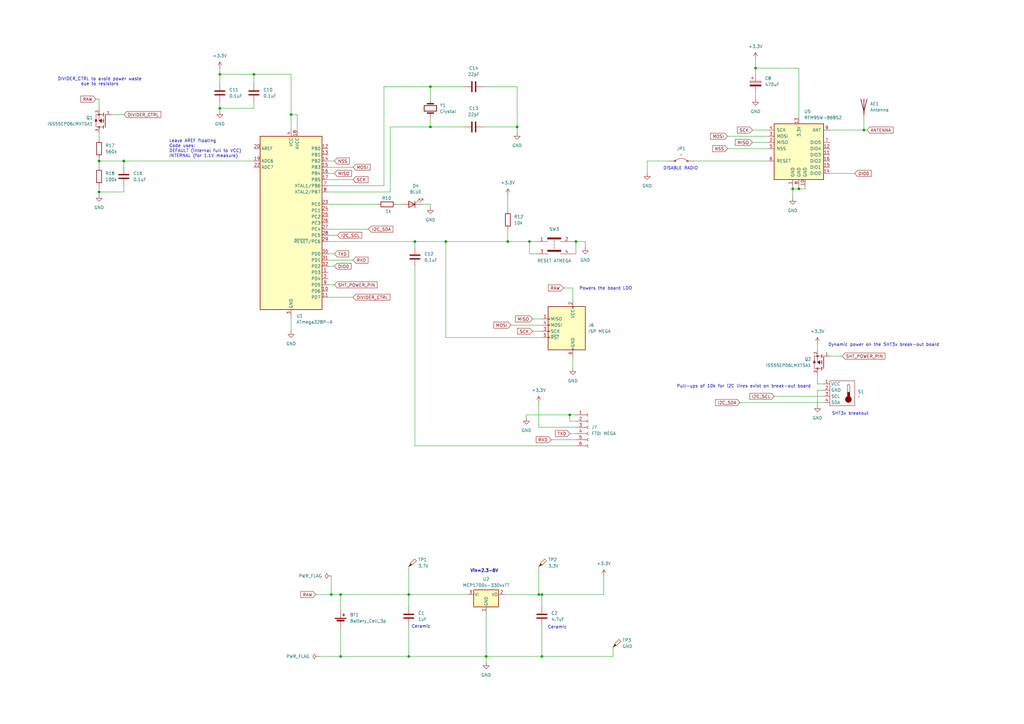
<source format=kicad_sch>
(kicad_sch (version 20250114) (generator "eeschema") (generator_version "9.0")
  (paper "A3")
  (lib_symbols
    (symbol "Connector:AVR-ISP-6" (pin_names (offset 1.016))
      (property "Reference" "J" (at -6.35 11.43 0))
      (property "Value" "AVR-ISP-6" (at 0 11.43 0))
      (symbol "AVR-ISP-6_0_1"
        (rectangle (start -2.667 10.16) (end -2.413 9.398))
        (rectangle (start -2.667 -6.858) (end -2.413 -7.62))
        (rectangle (start 7.62 10.16) (end -7.62 -7.62) (stroke (width 0.254)) (fill (type background)))
        (rectangle (start 7.62 5.207) (end 6.858 4.953))
        (rectangle (start 7.62 2.667) (end 6.858 2.413))
        (rectangle (start 7.62 0.127) (end 6.858 -0.127))
        (rectangle (start 7.62 -2.413) (end 6.858 -2.667))
      )
      (symbol "AVR-ISP-6_1_1"
        (pin passive line (at -2.54 12.7 270) (length 2.54) (name "VCC") (number "2"))
        (pin passive line (at -2.54 -10.16 90) (length 2.54) (name "GND") (number "6"))
        (pin passive line (at 10.16 5.08 180) (length 2.54) (name "MISO") (number "1"))
        (pin passive line (at 10.16 2.54 180) (length 2.54) (name "MOSI") (number "4"))
        (pin passive line (at 10.16 0 180) (length 2.54) (name "SCK") (number "3"))
        (pin passive line (at 10.16 -2.54 180) (length 2.54) (name "~{RST}") (number "5"))
      )
    )
    (symbol "Connector:Conn_01x06_Socket" (pin_names (offset 1.016) (hide yes))
      (property "Reference" "J" (at 0 7.62 0))
      (property "Value" "Conn_01x06_Socket" (at 0 -10.16 0))
      (symbol "Conn_01x06_Socket_1_1"
        (polyline (pts (xy -1.27 5.08) (xy -0.508 5.08)) (stroke (width 0.1524)))
        (polyline (pts (xy -1.27 2.54) (xy -0.508 2.54)) (stroke (width 0.1524)))
        (polyline (pts (xy -1.27 0) (xy -0.508 0)) (stroke (width 0.1524)))
        (polyline (pts (xy -1.27 -2.54) (xy -0.508 -2.54)) (stroke (width 0.1524)))
        (polyline (pts (xy -1.27 -5.08) (xy -0.508 -5.08)) (stroke (width 0.1524)))
        (polyline (pts (xy -1.27 -7.62) (xy -0.508 -7.62)) (stroke (width 0.1524)))
        (arc (start 0 4.572) (mid -0.5058 5.08) (end 0 5.588) (stroke (width 0.1524)))
        (arc (start 0 2.032) (mid -0.5058 2.54) (end 0 3.048) (stroke (width 0.1524)))
        (arc (start 0 -0.508) (mid -0.5058 0) (end 0 0.508) (stroke (width 0.1524)))
        (arc (start 0 -3.048) (mid -0.5058 -2.54) (end 0 -2.032) (stroke (width 0.1524)))
        (arc (start 0 -5.588) (mid -0.5058 -5.08) (end 0 -4.572) (stroke (width 0.1524)))
        (arc (start 0 -8.128) (mid -0.5058 -7.62) (end 0 -7.112) (stroke (width 0.1524)))
        (pin passive line (at -5.08 5.08 0) (length 3.81) (name "Pin_1") (number "1"))
        (pin passive line (at -5.08 2.54 0) (length 3.81) (name "Pin_2") (number "2"))
        (pin passive line (at -5.08 0 0) (length 3.81) (name "Pin_3") (number "3"))
        (pin passive line (at -5.08 -2.54 0) (length 3.81) (name "Pin_4") (number "4"))
        (pin passive line (at -5.08 -5.08 0) (length 3.81) (name "Pin_5") (number "5"))
        (pin passive line (at -5.08 -7.62 0) (length 3.81) (name "Pin_6") (number "6"))
      )
    )
    (symbol "Connector:TestPoint_Probe" (pin_numbers (hide yes)) (pin_names (offset 0.762) (hide yes))
      (property "Reference" "TP" (at 1.651 5.842 0))
      (property "Value" "TestPoint_Probe" (at 1.651 4.064 0))
      (symbol "TestPoint_Probe_0_1"
        (polyline (pts (xy 1.27 0.762) (xy 0 0) (xy 0.762 1.27) (xy 1.27 0.762)) (fill (type outline)))
        (polyline (pts (xy 1.397 0.635) (xy 0.635 1.397) (xy 2.413 3.175) (xy 3.175 2.413) (xy 1.397 0.635)) (fill (type background)))
      )
      (symbol "TestPoint_Probe_1_1"
        (pin passive line (at 0 0 90) (length 0) (name "1") (number "1"))
      )
    )
    (symbol "Device:Antenna" (pin_numbers (hide yes)) (pin_names (offset 1.016) (hide yes))
      (property "Reference" "AE" (at -1.905 1.905 0))
      (property "Value" "Antenna" (at -1.905 0 0))
      (symbol "Antenna_0_1"
        (polyline (pts (xy 0 2.54) (xy 0 -3.81)) (stroke (width 0.254)))
        (polyline (pts (xy 1.27 2.54) (xy 0 -2.54) (xy -1.27 2.54)) (stroke (width 0.254)))
      )
      (symbol "Antenna_1_1"
        (pin input line (at 0 -5.08 90) (length 2.54) (name "A") (number "1"))
      )
    )
    (symbol "Device:C" (pin_numbers (hide yes)) (pin_names (offset 0.254))
      (property "Reference" "C" (at 0.635 2.54 0))
      (property "Value" "C" (at 0.635 -2.54 0))
      (symbol "C_0_1"
        (polyline (pts (xy -2.032 0.762) (xy 2.032 0.762)) (stroke (width 0.508)))
        (polyline (pts (xy -2.032 -0.762) (xy 2.032 -0.762)) (stroke (width 0.508)))
      )
      (symbol "C_1_1"
        (pin passive line (at 0 3.81 270) (length 2.794) (name "~") (number "1"))
        (pin passive line (at 0 -3.81 90) (length 2.794) (name "~") (number "2"))
      )
    )
    (symbol "Device:C_Polarized" (pin_numbers (hide yes)) (pin_names (offset 0.254))
      (property "Reference" "C" (at 0.635 2.54 0))
      (property "Value" "C_Polarized" (at 0.635 -2.54 0))
      (symbol "C_Polarized_0_1"
        (rectangle (start -2.286 0.508) (end 2.286 1.016))
        (polyline (pts (xy -1.778 2.286) (xy -0.762 2.286)))
        (polyline (pts (xy -1.27 2.794) (xy -1.27 1.778)))
        (rectangle (start 2.286 -0.508) (end -2.286 -1.016) (fill (type outline)))
      )
      (symbol "C_Polarized_1_1"
        (pin passive line (at 0 3.81 270) (length 2.794) (name "~") (number "1"))
        (pin passive line (at 0 -3.81 90) (length 2.794) (name "~") (number "2"))
      )
    )
    (symbol "Device:Crystal" (pin_numbers (hide yes)) (pin_names (offset 1.016) (hide yes))
      (property "Reference" "Y" (at 0 3.81 0))
      (property "Value" "Crystal" (at 0 -3.81 0))
      (symbol "Crystal_0_1"
        (polyline (pts (xy -2.54 0) (xy -1.905 0)))
        (polyline (pts (xy -1.905 -1.27) (xy -1.905 1.27)) (stroke (width 0.508)))
        (rectangle (start -1.143 2.54) (end 1.143 -2.54) (stroke (width 0.3048)))
        (polyline (pts (xy 1.905 -1.27) (xy 1.905 1.27)) (stroke (width 0.508)))
        (polyline (pts (xy 2.54 0) (xy 1.905 0)))
      )
      (symbol "Crystal_1_1"
        (pin passive line (at -3.81 0 0) (length 1.27) (name "1") (number "1"))
        (pin passive line (at 3.81 0 180) (length 1.27) (name "2") (number "2"))
      )
    )
    (symbol "Device:LED" (pin_numbers (hide yes)) (pin_names (offset 1.016) (hide yes))
      (property "Reference" "D" (at 0 2.54 0))
      (property "Value" "LED" (at 0 -2.54 0))
      (symbol "LED_0_1"
        (polyline (pts (xy -3.048 -0.762) (xy -4.572 -2.286) (xy -3.81 -2.286) (xy -4.572 -2.286) (xy -4.572 -1.524)))
        (polyline (pts (xy -1.778 -0.762) (xy -3.302 -2.286) (xy -2.54 -2.286) (xy -3.302 -2.286) (xy -3.302 -1.524)))
        (polyline (pts (xy -1.27 0) (xy 1.27 0)))
        (polyline (pts (xy -1.27 -1.27) (xy -1.27 1.27)) (stroke (width 0.254)))
        (polyline (pts (xy 1.27 -1.27) (xy 1.27 1.27) (xy -1.27 0) (xy 1.27 -1.27)) (stroke (width 0.254)))
      )
      (symbol "LED_1_1"
        (pin passive line (at -3.81 0 0) (length 2.54) (name "K") (number "1"))
        (pin passive line (at 3.81 0 180) (length 2.54) (name "A") (number "2"))
      )
    )
    (symbol "Device:R" (pin_numbers (hide yes)) (pin_names (offset 0))
      (property "Reference" "R" (at 2.032 0 90))
      (property "Value" "R" (at 0 0 90))
      (symbol "R_0_1"
        (rectangle (start -1.016 -2.54) (end 1.016 2.54) (stroke (width 0.254)))
      )
      (symbol "R_1_1"
        (pin passive line (at 0 3.81 270) (length 1.27) (name "~") (number "1"))
        (pin passive line (at 0 -3.81 90) (length 1.27) (name "~") (number "2"))
      )
    )
    (symbol "MCU_Microchip_ATmega:ATmega328P-A"
      (property "Reference" "U" (at -12.7 36.83 0))
      (property "Value" "ATmega328P-A" (at 2.54 -36.83 0))
      (symbol "ATmega328P-A_0_1"
        (rectangle (start -12.7 -35.56) (end 12.7 35.56) (stroke (width 0.254)) (fill (type background)))
      )
      (symbol "ATmega328P-A_1_1"
        (pin passive line (at -15.24 30.48 0) (length 2.54) (name "AREF") (number "20"))
        (pin input line (at -15.24 25.4 0) (length 2.54) (name "ADC6") (number "19"))
        (pin input line (at -15.24 22.86 0) (length 2.54) (name "ADC7") (number "22"))
        (pin power_in line (at 0 38.1 270) (length 2.54) (name "VCC") (number "4"))
        (pin passive line (at 0 38.1 270) (length 2.54) (hide yes) (name "VCC") (number "6"))
        (pin passive line (at 0 -38.1 90) (length 2.54) (hide yes) (name "GND") (number "21"))
        (pin power_in line (at 0 -38.1 90) (length 2.54) (name "GND") (number "3"))
        (pin passive line (at 0 -38.1 90) (length 2.54) (hide yes) (name "GND") (number "5"))
        (pin power_in line (at 2.54 38.1 270) (length 2.54) (name "AVCC") (number "18"))
        (pin bidirectional line (at 15.24 30.48 180) (length 2.54) (name "PB0") (number "12"))
        (pin bidirectional line (at 15.24 27.94 180) (length 2.54) (name "PB1") (number "13"))
        (pin bidirectional line (at 15.24 25.4 180) (length 2.54) (name "PB2") (number "14"))
        (pin bidirectional line (at 15.24 22.86 180) (length 2.54) (name "PB3") (number "15"))
        (pin bidirectional line (at 15.24 20.32 180) (length 2.54) (name "PB4") (number "16"))
        (pin bidirectional line (at 15.24 17.78 180) (length 2.54) (name "PB5") (number "17"))
        (pin bidirectional line (at 15.24 15.24 180) (length 2.54) (name "XTAL1/PB6") (number "7"))
        (pin bidirectional line (at 15.24 12.7 180) (length 2.54) (name "XTAL2/PB7") (number "8"))
        (pin bidirectional line (at 15.24 7.62 180) (length 2.54) (name "PC0") (number "23"))
        (pin bidirectional line (at 15.24 5.08 180) (length 2.54) (name "PC1") (number "24"))
        (pin bidirectional line (at 15.24 2.54 180) (length 2.54) (name "PC2") (number "25"))
        (pin bidirectional line (at 15.24 0 180) (length 2.54) (name "PC3") (number "26"))
        (pin bidirectional line (at 15.24 -2.54 180) (length 2.54) (name "PC4") (number "27"))
        (pin bidirectional line (at 15.24 -5.08 180) (length 2.54) (name "PC5") (number "28"))
        (pin bidirectional line (at 15.24 -7.62 180) (length 2.54) (name "~{RESET}/PC6") (number "29"))
        (pin bidirectional line (at 15.24 -12.7 180) (length 2.54) (name "PD0") (number "30"))
        (pin bidirectional line (at 15.24 -15.24 180) (length 2.54) (name "PD1") (number "31"))
        (pin bidirectional line (at 15.24 -17.78 180) (length 2.54) (name "PD2") (number "32"))
        (pin bidirectional line (at 15.24 -20.32 180) (length 2.54) (name "PD3") (number "1"))
        (pin bidirectional line (at 15.24 -22.86 180) (length 2.54) (name "PD4") (number "2"))
        (pin bidirectional line (at 15.24 -25.4 180) (length 2.54) (name "PD5") (number "9"))
        (pin bidirectional line (at 15.24 -27.94 180) (length 2.54) (name "PD6") (number "10"))
        (pin bidirectional line (at 15.24 -30.48 180) (length 2.54) (name "PD7") (number "11"))
      )
    )
    (symbol "RF_Module:RFM95W-868S2" (pin_names (offset 1.016))
      (property "Reference" "U" (at -10.414 11.684 0))
      (property "Value" "RFM95W-868S2" (at 1.524 11.43 0))
      (symbol "RFM95W-868S2_0_1"
        (rectangle (start -10.16 10.16) (end 10.16 -12.7) (stroke (width 0.254)) (fill (type background)))
      )
      (symbol "RFM95W-868S2_1_1"
        (pin input line (at -12.7 7.62 0) (length 2.54) (name "SCK") (number "4"))
        (pin input line (at -12.7 5.08 0) (length 2.54) (name "MOSI") (number "3"))
        (pin output line (at -12.7 2.54 0) (length 2.54) (name "MISO") (number "2"))
        (pin input line (at -12.7 0 0) (length 2.54) (name "NSS") (number "5"))
        (pin bidirectional line (at -12.7 -5.08 0) (length 2.54) (name "RESET") (number "6"))
        (pin power_in line (at -2.54 -15.24 90) (length 2.54) (name "GND") (number "1"))
        (pin power_in line (at 0 12.7 270) (length 2.54) (name "3.3V") (number "13"))
        (pin power_in line (at 0 -15.24 90) (length 2.54) (name "GND") (number "8"))
        (pin power_in line (at 2.54 -15.24 90) (length 2.54) (name "GND") (number "10"))
        (pin bidirectional line (at 12.7 7.62 180) (length 2.54) (name "ANT") (number "9"))
        (pin bidirectional line (at 12.7 2.54 180) (length 2.54) (name "DIO5") (number "7"))
        (pin bidirectional line (at 12.7 0 180) (length 2.54) (name "DIO4") (number "12"))
        (pin bidirectional line (at 12.7 -2.54 180) (length 2.54) (name "DIO3") (number "11"))
        (pin bidirectional line (at 12.7 -5.08 180) (length 2.54) (name "DIO2") (number "16"))
        (pin bidirectional line (at 12.7 -7.62 180) (length 2.54) (name "DIO1") (number "15"))
        (pin bidirectional line (at 12.7 -10.16 180) (length 2.54) (name "DIO0") (number "14"))
      )
    )
    (symbol "Regulator_Linear:MCP1700x-330xxTT" (pin_names (offset 0.254))
      (property "Reference" "U" (at -3.81 3.175 0))
      (property "Value" "MCP1700x-330xxTT" (at 0 3.175 0))
      (symbol "MCP1700x-330xxTT_0_1"
        (rectangle (start -5.08 1.905) (end 5.08 -5.08) (stroke (width 0.254)) (fill (type background)))
      )
      (symbol "MCP1700x-330xxTT_1_1"
        (pin power_in line (at -7.62 0 0) (length 2.54) (name "VI") (number "3"))
        (pin power_in line (at 0 -7.62 90) (length 2.54) (name "GND") (number "1"))
        (pin power_out line (at 7.62 0 180) (length 2.54) (name "VO") (number "2"))
      )
    )
    (symbol "boan_devices:Battery_Cell_3p" (pin_numbers (hide yes)) (pin_names (offset 0) (hide yes))
      (property "Reference" "BT" (at 2.54 2.54 0))
      (property "Value" "Battery_Cell_3p" (at 2.54 0 0))
      (symbol "Battery_Cell_3p_0_1"
        (rectangle (start -2.286 1.778) (end 2.286 1.524) (fill (type outline)))
        (rectangle (start -1.524 1.016) (end 1.524 0.508) (fill (type outline)))
        (polyline (pts (xy 0 1.778) (xy 0 2.54)))
        (polyline (pts (xy 0 0.762) (xy 0 0)))
        (polyline (pts (xy 0.762 3.048) (xy 1.778 3.048)) (stroke (width 0.254)))
        (polyline (pts (xy 1.27 3.556) (xy 1.27 2.54)) (stroke (width 0.254)))
      )
      (symbol "Battery_Cell_3p_1_1"
        (pin passive line (at 0 5.08 270) (length 2.54) (name "+") (number "1"))
        (pin passive line (at 0 5.08 0) (length 5.08) (hide yes) (name "") (number "3"))
        (pin passive line (at 0 -2.54 90) (length 2.54) (name "-") (number "2"))
      )
    )
    (symbol "boan_devices:Jumper" (pin_numbers (hide yes)) (pin_names (offset 0) (hide yes))
      (property "Reference" "JP" (at 0 0 0))
      (symbol "Jumper_0_1"
        (circle (center -2.54 0) (radius 0.3672) (fill (type background)))
        (arc (start -2.54 0) (mid 0 1.0521) (end 2.54 0))
        (circle (center 2.54 0) (radius 0.3672) (fill (type background)))
      )
      (symbol "Jumper_1_1"
        (pin passive line (at -5.08 0 0) (length 2.54) (name "1") (number "1"))
        (pin passive line (at 5.08 0 180) (length 2.54) (name "2") (number "2"))
      )
    )
    (symbol "boan_devices:MOSFET_P-CH_ISS55EP06LMXTSA1" (pin_names (offset 1.016))
      (property "Reference" "Q" (at -8.89 3.81 0))
      (property "Value" "MOSFET_P-CH_ISS55EP06LMXTSA1" (at -8.89 -6.35 0))
      (symbol "MOSFET_P-CH_ISS55EP06LMXTSA1_0_0"
        (polyline (pts (xy 0 -2.54) (xy 0 2.54)) (stroke (width 0.254)))
        (polyline (pts (xy 0.762 2.54) (xy 0.762 3.175)) (stroke (width 0.254)))
        (polyline (pts (xy 0.762 1.905) (xy 0.762 2.54)) (stroke (width 0.254)))
        (polyline (pts (xy 0.762 0) (xy 0.762 0.762)) (stroke (width 0.254)))
        (polyline (pts (xy 0.762 0) (xy 2.54 0)) (stroke (width 0.1524)))
        (polyline (pts (xy 0.762 -0.762) (xy 0.762 0)) (stroke (width 0.254)))
        (polyline (pts (xy 0.762 -2.54) (xy 0.762 -1.905)) (stroke (width 0.254)))
        (polyline (pts (xy 0.762 -2.54) (xy 3.81 -2.54)) (stroke (width 0.1524)))
        (polyline (pts (xy 0.762 -3.175) (xy 0.762 -2.54)) (stroke (width 0.254)))
        (polyline (pts (xy 2.54 2.54) (xy 0.762 2.54)) (stroke (width 0.1524)))
        (polyline (pts (xy 2.54 2.54) (xy 3.81 2.54)) (stroke (width 0.1524)))
        (circle (center 2.54 2.54) (radius 0.3592))
        (polyline (pts (xy 2.54 0) (xy 2.54 2.54)) (stroke (width 0.1524)))
        (polyline (pts (xy 2.54 0) (xy 1.524 0.762) (xy 1.524 -0.762) (xy 2.54 0)) (stroke (width 0.1524)) (fill (type outline)))
        (circle (center 2.54 -2.54) (radius 0.3592))
        (polyline (pts (xy 3.302 0.508) (xy 3.81 0.508)) (stroke (width 0.1524)))
        (polyline (pts (xy 3.81 0.508) (xy 3.81 2.54)) (stroke (width 0.1524)))
        (polyline (pts (xy 3.81 0.508) (xy 4.318 0.508)) (stroke (width 0.1524)))
        (polyline (pts (xy 3.81 0.508) (xy 4.318 -0.254) (xy 3.302 -0.254) (xy 3.81 0.508)) (stroke (width 0.1524)) (fill (type outline)))
        (polyline (pts (xy 3.81 -2.54) (xy 3.81 0.508)) (stroke (width 0.1524)))
        (pin passive line (at -2.54 2.54 0) (length 2.54) (name "~") (number "1"))
        (pin passive line (at 2.54 5.08 270) (length 2.54) (name "~") (number "2"))
        (pin passive line (at 2.54 -5.08 90) (length 2.54) (name "~") (number "3"))
      )
    )
    (symbol "boan_devices:SHT3x"
      (property "Reference" "S" (at 2.286 6.35 0))
      (symbol "SHT3x_0_1"
        (rectangle (start -1.27 5.08) (end 8.89 -5.08))
        (polyline (pts (xy 5.9685 3.2345) (xy 5.9685 -1.3119)))
        (rectangle (start 5.989 0.4467) (end 6.877 -1.6864) (fill (type outline)))
        (circle (center 6.35 -2.54) (radius 1.27) (fill (type outline)))
        (arc (start 5.9712 3.2108) (mid 6.0922 3.5031) (end 6.3845 3.6241))
        (arc (start 6.3845 3.6241) (mid 6.747 3.5135) (end 6.925 3.179))
        (polyline (pts (xy 6.9238 3.1307) (xy 6.9238 -1.4157)))
      )
      (symbol "SHT3x_1_1"
        (pin input line (at -3.81 3.81 0) (length 2.54) (name "VCC") (number "1"))
        (pin input line (at -3.81 1.27 0) (length 2.54) (name "GND") (number "2"))
        (pin input line (at -3.81 -1.27 0) (length 2.54) (name "SCL") (number "3"))
        (pin input line (at -3.81 -3.81 0) (length 2.54) (name "SDA") (number "4"))
      )
    )
    (symbol "boan_devices:tactile_SW"
      (property "Reference" "SW" (at -5.334 5.08 0))
      (symbol "tactile_SW_0_1"
        (polyline (pts (xy -7.62 2.54) (xy -2.54 2.54)) (stroke (width 0.762)))
        (polyline (pts (xy -7.62 -2.54) (xy -2.54 -2.54)) (stroke (width 0.762)))
        (polyline (pts (xy -5.0949 0.9879) (xy -5.0949 1.8985)))
        (polyline (pts (xy -5.0756 -0.3759) (xy -5.0756 0.5347)))
        (polyline (pts (xy -5.0534 -1.7019) (xy -5.0534 -0.7913)))
      )
      (symbol "tactile_SW_1_1"
        (pin passive line (at -12.7 1.27 0) (length 5.08) (name "") (number "1"))
        (pin passive line (at -12.7 -3.81 0) (length 5.08) (name "") (number "3"))
        (pin passive line (at 2.54 1.27 180) (length 5.08) (name "") (number "2"))
        (pin passive line (at 2.54 -3.81 180) (length 5.08) (name "") (number "4"))
      )
    )
    (symbol "power:+3.3V" (power) (pin_numbers (hide yes)) (pin_names (offset 0) (hide yes))
      (property "Value" "+3.3V" (at 0 3.556 0))
      (symbol "+3.3V_0_1"
        (polyline (pts (xy -0.762 1.27) (xy 0 2.54)))
        (polyline (pts (xy 0 2.54) (xy 0.762 1.27)))
        (polyline (pts (xy 0 0) (xy 0 2.54)))
      )
      (symbol "+3.3V_1_1"
        (pin power_in line (at 0 0 90) (length 0) (name "~") (number "1"))
      )
    )
    (symbol "power:GND" (power) (pin_numbers (hide yes)) (pin_names (offset 0) (hide yes))
      (property "Value" "GND" (at 0 -3.81 0))
      (symbol "GND_0_1"
        (polyline (pts (xy 0 0) (xy 0 -1.27) (xy 1.27 -1.27) (xy 0 -2.54) (xy -1.27 -1.27) (xy 0 -1.27)))
      )
      (symbol "GND_1_1"
        (pin power_in line (at 0 0 270) (length 0) (name "~") (number "1"))
      )
    )
    (symbol "power:PWR_FLAG" (power) (pin_numbers (hide yes)) (pin_names (offset 0) (hide yes))
      (property "Value" "PWR_FLAG" (at 0 3.81 0))
      (symbol "PWR_FLAG_0_0"
        (pin power_out line (at 0 0 90) (length 0) (name "~") (number "1"))
      )
      (symbol "PWR_FLAG_0_1"
        (polyline (pts (xy 0 0) (xy 0 1.27) (xy -1.016 1.905) (xy 0 2.54) (xy 1.016 1.905) (xy 0 1.27)))
      )
    )
  )
  (text "DIVIDER_CTRL to avoid power waste\ndue to resistors" (at 40.894 33.528 0) (effects (font (size 1.27 1.27))))
  (text "Ceramic" (at 172.72 257.048 0) (effects (font (size 1.27 1.27))))
  (text "SHT3x breakout" (at 348.742 169.672 0) (effects (font (size 1.27 1.27))))
  (text "Ceramic" (at 228.6 257.302 0) (effects (font (size 1.27 1.27))))
  (text "Leave AREF floating\nCode uses:\nDEFAULT (internal full to VCC)\nINTERNAL (for 1.1V measure)" (at 69.342 60.96 0) (effects (font (size 1.27 1.27)) (justify left)))
  (text "Dynamic power on the SHT3x break-out board " (at 362.966 141.478 0) (effects (font (size 1.27 1.27))))
  (text "Vin=2.3-6V" (at 198.628 234.188 0) (effects (font (size 1.27 1.27) (thickness 0.254) (bold yes))))
  (text "DISABLE RADIO" (at 279.146 69.088 0) (effects (font (size 1.27 1.27))))
  (text "Powers the board LDO" (at 248.412 118.364 0) (effects (font (size 1.27 1.27))))
  (text "Pull-ups of 10k for i2C lines exist on break-out board" (at 305.054 158.496 0) (effects (font (size 1.27 1.27))))
  (junction (at 236.22 99.06))
  (junction (at 90.17 30.48))
  (junction (at 354.33 53.34))
  (junction (at 182.88 99.06))
  (junction (at 40.64 66.04))
  (junction (at 119.38 46.99))
  (junction (at 176.53 35.56))
  (junction (at 220.98 243.84))
  (junction (at 309.88 27.94))
  (junction (at 217.17 99.06))
  (junction (at 135.89 243.84))
  (junction (at 212.09 52.07))
  (junction (at 222.25 243.84))
  (junction (at 104.14 30.48))
  (junction (at 167.64 243.84))
  (junction (at 50.8 66.04))
  (junction (at 222.25 269.24))
  (junction (at 325.12 77.47))
  (junction (at 199.39 269.24))
  (junction (at 170.18 99.06))
  (junction (at 139.7 243.84))
  (junction (at 139.7 269.24))
  (junction (at 40.64 78.74))
  (junction (at 176.53 52.07))
  (junction (at 208.28 99.06))
  (junction (at 233.68 170.18))
  (junction (at 327.66 77.47))
  (junction (at 90.17 44.45))
  (junction (at 167.64 269.24))
  (wire (pts (xy 104.14 30.48) (xy 90.17 30.48)))
  (wire (pts (xy 340.36 146.05) (xy 345.44 146.05)))
  (wire (pts (xy 335.28 157.48) (xy 337.82 157.48)))
  (wire (pts (xy 170.18 99.06) (xy 182.88 99.06)))
  (wire (pts (xy 176.53 35.56) (xy 176.53 40.64)))
  (wire (pts (xy 40.64 40.64) (xy 40.64 44.45)))
  (wire (pts (xy 50.8 66.04) (xy 50.8 68.58)))
  (wire (pts (xy 199.39 269.24) (xy 199.39 271.78)))
  (wire (pts (xy 134.62 99.06) (xy 170.18 99.06)))
  (wire (pts (xy 182.88 99.06) (xy 182.88 138.43)))
  (wire (pts (xy 134.62 68.58) (xy 144.78 68.58)))
  (wire (pts (xy 208.28 99.06) (xy 217.17 99.06)))
  (wire (pts (xy 39.37 40.64) (xy 40.64 40.64)))
  (wire (pts (xy 170.18 99.06) (xy 170.18 101.6)))
  (wire (pts (xy 90.17 27.94) (xy 90.17 30.48)))
  (wire (pts (xy 222.25 243.84) (xy 222.25 248.92)))
  (wire (pts (xy 251.46 265.43) (xy 251.46 269.24)))
  (wire (pts (xy 134.62 83.82) (xy 154.94 83.82)))
  (wire (pts (xy 330.2 77.47) (xy 330.2 76.2)))
  (wire (pts (xy 325.12 77.47) (xy 325.12 81.28)))
  (wire (pts (xy 207.01 243.84) (xy 220.98 243.84)))
  (wire (pts (xy 134.62 116.84) (xy 137.16 116.84)))
  (wire (pts (xy 119.38 46.99) (xy 119.38 30.48)))
  (wire (pts (xy 208.28 99.06) (xy 208.28 93.98)))
  (wire (pts (xy 40.64 78.74) (xy 50.8 78.74)))
  (wire (pts (xy 119.38 30.48) (xy 104.14 30.48)))
  (wire (pts (xy 212.09 35.56) (xy 212.09 52.07)))
  (wire (pts (xy 240.03 101.6) (xy 240.03 99.06)))
  (wire (pts (xy 317.5 162.56) (xy 337.82 162.56)))
  (wire (pts (xy 220.98 175.26) (xy 220.98 165.1)))
  (wire (pts (xy 309.88 38.1) (xy 309.88 40.64)))
  (wire (pts (xy 129.54 243.84) (xy 135.89 243.84)))
  (wire (pts (xy 40.64 76.2) (xy 40.64 78.74)))
  (wire (pts (xy 40.64 64.77) (xy 40.64 66.04)))
  (wire (pts (xy 50.8 66.04) (xy 104.14 66.04)))
  (wire (pts (xy 167.64 256.54) (xy 167.64 269.24)))
  (wire (pts (xy 327.66 76.2) (xy 327.66 77.47)))
  (wire (pts (xy 354.33 53.34) (xy 355.6 53.34)))
  (wire (pts (xy 284.48 66.04) (xy 314.96 66.04)))
  (wire (pts (xy 167.64 269.24) (xy 199.39 269.24)))
  (wire (pts (xy 354.33 48.26) (xy 354.33 53.34)))
  (wire (pts (xy 335.28 160.02) (xy 335.28 166.37)))
  (wire (pts (xy 40.64 54.61) (xy 40.64 57.15)))
  (wire (pts (xy 90.17 30.48) (xy 90.17 34.29)))
  (wire (pts (xy 176.53 52.07) (xy 176.53 48.26)))
  (wire (pts (xy 337.82 160.02) (xy 335.28 160.02)))
  (wire (pts (xy 157.48 76.2) (xy 157.48 35.56)))
  (wire (pts (xy 40.64 78.74) (xy 40.64 80.01)))
  (wire (pts (xy 191.77 243.84) (xy 167.64 243.84)))
  (wire (pts (xy 236.22 182.88) (xy 170.18 182.88)))
  (wire (pts (xy 309.88 27.94) (xy 327.66 27.94)))
  (wire (pts (xy 234.95 146.05) (xy 234.95 151.13)))
  (wire (pts (xy 335.28 140.97) (xy 335.28 143.51)))
  (wire (pts (xy 119.38 46.99) (xy 121.92 46.99)))
  (wire (pts (xy 222.25 256.54) (xy 222.25 269.24)))
  (wire (pts (xy 135.89 236.22) (xy 135.89 243.84)))
  (wire (pts (xy 325.12 76.2) (xy 325.12 77.47)))
  (wire (pts (xy 325.12 77.47) (xy 327.66 77.47)))
  (wire (pts (xy 90.17 41.91) (xy 90.17 44.45)))
  (wire (pts (xy 298.45 60.96) (xy 314.96 60.96)))
  (wire (pts (xy 40.64 66.04) (xy 50.8 66.04)))
  (wire (pts (xy 134.62 78.74) (xy 160.02 78.74)))
  (wire (pts (xy 170.18 109.22) (xy 170.18 182.88)))
  (wire (pts (xy 222.25 243.84) (xy 247.65 243.84)))
  (wire (pts (xy 233.68 172.72) (xy 233.68 170.18)))
  (wire (pts (xy 134.62 104.14) (xy 137.16 104.14)))
  (wire (pts (xy 327.66 77.47) (xy 330.2 77.47)))
  (wire (pts (xy 222.25 130.81) (xy 218.44 130.81)))
  (wire (pts (xy 247.65 243.84) (xy 247.65 236.22)))
  (wire (pts (xy 220.98 232.41) (xy 220.98 243.84)))
  (wire (pts (xy 303.53 165.1) (xy 337.82 165.1)))
  (wire (pts (xy 45.72 46.99) (xy 50.8 46.99)))
  (wire (pts (xy 157.48 35.56) (xy 176.53 35.56)))
  (wire (pts (xy 309.88 24.13) (xy 309.88 27.94)))
  (wire (pts (xy 167.64 243.84) (xy 167.64 232.41)))
  (wire (pts (xy 233.68 170.18) (xy 215.9 170.18)))
  (wire (pts (xy 160.02 52.07) (xy 176.53 52.07)))
  (wire (pts (xy 134.62 93.98) (xy 151.13 93.98)))
  (wire (pts (xy 134.62 66.04) (xy 137.16 66.04)))
  (wire (pts (xy 139.7 243.84) (xy 167.64 243.84)))
  (wire (pts (xy 220.98 243.84) (xy 222.25 243.84)))
  (wire (pts (xy 222.25 135.89) (xy 218.44 135.89)))
  (wire (pts (xy 134.62 106.68) (xy 144.78 106.68)))
  (wire (pts (xy 222.25 133.35) (xy 209.55 133.35)))
  (wire (pts (xy 222.25 269.24) (xy 251.46 269.24)))
  (wire (pts (xy 134.62 71.12) (xy 137.16 71.12)))
  (wire (pts (xy 119.38 129.54) (xy 119.38 135.89)))
  (wire (pts (xy 139.7 243.84) (xy 139.7 250.19)))
  (wire (pts (xy 160.02 78.74) (xy 160.02 52.07)))
  (wire (pts (xy 134.62 109.22) (xy 137.16 109.22)))
  (wire (pts (xy 215.9 170.18) (xy 215.9 171.45)))
  (wire (pts (xy 219.71 104.14) (xy 217.17 104.14)))
  (wire (pts (xy 265.43 66.04) (xy 265.43 71.12)))
  (wire (pts (xy 167.64 243.84) (xy 167.64 248.92)))
  (wire (pts (xy 90.17 44.45) (xy 90.17 45.72)))
  (wire (pts (xy 104.14 30.48) (xy 104.14 34.29)))
  (wire (pts (xy 135.89 243.84) (xy 139.7 243.84)))
  (wire (pts (xy 182.88 99.06) (xy 208.28 99.06)))
  (wire (pts (xy 226.06 180.34) (xy 236.22 180.34)))
  (wire (pts (xy 234.95 99.06) (xy 236.22 99.06)))
  (wire (pts (xy 176.53 83.82) (xy 176.53 85.09)))
  (wire (pts (xy 234.95 118.11) (xy 234.95 123.19)))
  (wire (pts (xy 134.62 96.52) (xy 138.43 96.52)))
  (wire (pts (xy 119.38 53.34) (xy 119.38 46.99)))
  (wire (pts (xy 40.64 68.58) (xy 40.64 66.04)))
  (wire (pts (xy 172.72 83.82) (xy 176.53 83.82)))
  (wire (pts (xy 309.88 27.94) (xy 309.88 30.48)))
  (wire (pts (xy 139.7 269.24) (xy 167.64 269.24)))
  (wire (pts (xy 335.28 153.67) (xy 335.28 157.48)))
  (wire (pts (xy 274.32 66.04) (xy 265.43 66.04)))
  (wire (pts (xy 217.17 104.14) (xy 217.17 99.06)))
  (wire (pts (xy 104.14 44.45) (xy 90.17 44.45)))
  (wire (pts (xy 308.61 58.42) (xy 314.96 58.42)))
  (wire (pts (xy 121.92 53.34) (xy 121.92 46.99)))
  (wire (pts (xy 236.22 99.06) (xy 236.22 104.14)))
  (wire (pts (xy 134.62 121.92) (xy 144.78 121.92)))
  (wire (pts (xy 212.09 52.07) (xy 212.09 54.61)))
  (wire (pts (xy 222.25 269.24) (xy 199.39 269.24)))
  (wire (pts (xy 50.8 76.2) (xy 50.8 78.74)))
  (wire (pts (xy 233.68 177.8) (xy 236.22 177.8)))
  (wire (pts (xy 198.12 35.56) (xy 212.09 35.56)))
  (wire (pts (xy 236.22 170.18) (xy 233.68 170.18)))
  (wire (pts (xy 236.22 99.06) (xy 240.03 99.06)))
  (wire (pts (xy 176.53 52.07) (xy 190.5 52.07)))
  (wire (pts (xy 199.39 251.46) (xy 199.39 269.24)))
  (wire (pts (xy 327.66 27.94) (xy 327.66 48.26)))
  (wire (pts (xy 182.88 138.43) (xy 222.25 138.43)))
  (wire (pts (xy 231.14 118.11) (xy 234.95 118.11)))
  (wire (pts (xy 130.81 269.24) (xy 139.7 269.24)))
  (wire (pts (xy 236.22 172.72) (xy 233.68 172.72)))
  (wire (pts (xy 354.33 53.34) (xy 340.36 53.34)))
  (wire (pts (xy 340.36 71.12) (xy 350.52 71.12)))
  (wire (pts (xy 162.56 83.82) (xy 165.1 83.82)))
  (wire (pts (xy 176.53 35.56) (xy 190.5 35.56)))
  (wire (pts (xy 104.14 41.91) (xy 104.14 44.45)))
  (wire (pts (xy 234.95 104.14) (xy 236.22 104.14)))
  (wire (pts (xy 134.62 76.2) (xy 157.48 76.2)))
  (wire (pts (xy 139.7 257.81) (xy 139.7 269.24)))
  (wire (pts (xy 236.22 175.26) (xy 220.98 175.26)))
  (wire (pts (xy 134.62 73.66) (xy 144.78 73.66)))
  (wire (pts (xy 308.61 53.34) (xy 314.96 53.34)))
  (wire (pts (xy 198.12 52.07) (xy 212.09 52.07)))
  (wire (pts (xy 217.17 99.06) (xy 219.71 99.06)))
  (wire (pts (xy 208.28 80.01) (xy 208.28 86.36)))
  (wire (pts (xy 298.45 55.88) (xy 314.96 55.88)))
  (global_label "SHT_POWER_PIN" (shape input) (at 137.16 116.84 0) (property "Intersheetrefs" "${INTERSHEET_REFS}" (effects (hide yes))))
  (global_label "MOSI" (shape input) (at 144.78 68.58 0) (property "Intersheetrefs" "${INTERSHEET_REFS}" (effects (hide yes))))
  (global_label "MOSI" (shape input) (at 298.45 55.88 180) (property "Intersheetrefs" "${INTERSHEET_REFS}" (effects (hide yes))))
  (global_label "RXD" (shape input) (at 226.06 180.34 180) (property "Intersheetrefs" "${INTERSHEET_REFS}" (effects (hide yes))))
  (global_label "NSS" (shape input) (at 298.45 60.96 180) (property "Intersheetrefs" "${INTERSHEET_REFS}" (effects (hide yes))))
  (global_label "I2C_SDA" (shape input) (at 303.53 165.1 180) (property "Intersheetrefs" "${INTERSHEET_REFS}" (effects (hide yes))))
  (global_label "MISO" (shape input) (at 308.61 58.42 180) (property "Intersheetrefs" "${INTERSHEET_REFS}" (effects (hide yes))))
  (global_label "I2C_SCL" (shape input) (at 138.43 96.52 0) (property "Intersheetrefs" "${INTERSHEET_REFS}" (effects (hide yes))))
  (global_label "ANTENNA" (shape input) (at 355.6 53.34 0) (property "Intersheetrefs" "${INTERSHEET_REFS}" (effects (hide yes))))
  (global_label "RXD" (shape input) (at 144.78 106.68 0) (property "Intersheetrefs" "${INTERSHEET_REFS}" (effects (hide yes))))
  (global_label "NSS" (shape input) (at 137.16 66.04 0) (property "Intersheetrefs" "${INTERSHEET_REFS}" (effects (hide yes))))
  (global_label "DIO0" (shape input) (at 350.52 71.12 0) (property "Intersheetrefs" "${INTERSHEET_REFS}" (effects (hide yes))))
  (global_label "I2C_SCL" (shape input) (at 317.5 162.56 180) (property "Intersheetrefs" "${INTERSHEET_REFS}" (effects (hide yes))))
  (global_label "DIVIDER_CTRL" (shape input) (at 50.8 46.99 0) (property "Intersheetrefs" "${INTERSHEET_REFS}" (effects (hide yes))))
  (global_label "RAW" (shape input) (at 231.14 118.11 180) (property "Intersheetrefs" "${INTERSHEET_REFS}" (effects (hide yes))))
  (global_label "I2C_SDA" (shape input) (at 151.13 93.98 0) (property "Intersheetrefs" "${INTERSHEET_REFS}" (effects (hide yes))))
  (global_label "MOSI" (shape input) (at 209.55 133.35 180) (property "Intersheetrefs" "${INTERSHEET_REFS}" (effects (hide yes))))
  (global_label "MISO" (shape input) (at 137.16 71.12 0) (property "Intersheetrefs" "${INTERSHEET_REFS}" (effects (hide yes))))
  (global_label "SCK" (shape input) (at 218.44 135.89 180) (property "Intersheetrefs" "${INTERSHEET_REFS}" (effects (hide yes))))
  (global_label "DIO0" (shape input) (at 137.16 109.22 0) (property "Intersheetrefs" "${INTERSHEET_REFS}" (effects (hide yes))))
  (global_label "TXD" (shape input) (at 137.16 104.14 0) (property "Intersheetrefs" "${INTERSHEET_REFS}" (effects (hide yes))))
  (global_label "SCK" (shape input) (at 144.78 73.66 0) (property "Intersheetrefs" "${INTERSHEET_REFS}" (effects (hide yes))))
  (global_label "TXD" (shape input) (at 233.68 177.8 180) (property "Intersheetrefs" "${INTERSHEET_REFS}" (effects (hide yes))))
  (global_label "SCK" (shape input) (at 308.61 53.34 180) (property "Intersheetrefs" "${INTERSHEET_REFS}" (effects (hide yes))))
  (global_label "RAW" (shape input) (at 129.54 243.84 180) (property "Intersheetrefs" "${INTERSHEET_REFS}" (effects (hide yes))))
  (global_label "MISO" (shape input) (at 218.44 130.81 180) (property "Intersheetrefs" "${INTERSHEET_REFS}" (effects (hide yes))))
  (global_label "RAW" (shape input) (at 39.37 40.64 180) (property "Intersheetrefs" "${INTERSHEET_REFS}" (effects (hide yes))))
  (global_label "DIVIDER_CTRL" (shape input) (at 144.78 121.92 0) (property "Intersheetrefs" "${INTERSHEET_REFS}" (effects (hide yes))))
  (global_label "SHT_POWER_PIN" (shape input) (at 345.44 146.05 0) (property "Intersheetrefs" "${INTERSHEET_REFS}" (effects (hide yes))))
  (symbol (lib_id "power:+3.3V") (at 335.28 140.97 0) (unit 1)
    (property "Reference" "#PWR037" (effects (hide yes)))
    (property "Value" "+3.3V" (at 335.28 135.89 0))
    (property "Description" "Power symbol creates a global label with name \"+3.3V\"" (effects (hide yes)))
  )
  (symbol (lib_id "Device:C") (at 222.25 252.73 0) (unit 1)
    (property "Reference" "C2" (at 226.06 251.4599 0) (effects (justify left)))
    (property "Value" "4.7uF" (at 226.06 253.9999 0) (effects (justify left)))
    (property "Footprint" "Capacitor_SMD:C_0805_2012Metric_Pad1.18x1.45mm_HandSolder" (effects (hide yes)))
    (property "Description" "Unpolarized capacitor" (effects (hide yes)))
  )
  (symbol (lib_id "power:GND") (at 309.88 40.64 0) (unit 1)
    (property "Reference" "#PWR025" (effects (hide yes)))
    (property "Value" "GND" (at 309.88 45.72 0))
    (property "Description" "Power symbol creates a global label with name \"GND\" , ground" (effects (hide yes)))
  )
  (symbol (lib_id "Device:C") (at 104.14 38.1 0) (unit 1)
    (property "Reference" "C10" (at 107.95 36.8299 0) (effects (justify left)))
    (property "Value" "0.1uF" (at 107.95 39.3699 0) (effects (justify left)))
    (property "Footprint" "Capacitor_SMD:C_0805_2012Metric_Pad1.18x1.45mm_HandSolder" (effects (hide yes)))
    (property "Description" "Unpolarized capacitor" (effects (hide yes)))
  )
  (symbol (lib_id "power:GND") (at 325.12 81.28 0) (unit 1)
    (property "Reference" "#PWR026" (effects (hide yes)))
    (property "Value" "GND" (at 325.12 86.36 0))
    (property "Description" "Power symbol creates a global label with name \"GND\" , ground" (effects (hide yes)))
  )
  (symbol (lib_id "power:PWR_FLAG") (at 130.81 269.24 90) (unit 1)
    (property "Reference" "#FLG03" (effects (hide yes)))
    (property "Value" "PWR_FLAG" (at 127 269.2399 90) (effects (justify left)))
    (property "Description" "Special symbol for telling ERC where power comes from" (effects (hide yes)))
  )
  (symbol (lib_id "Device:C") (at 90.17 38.1 0) (unit 1)
    (property "Reference" "C11" (at 93.98 36.8299 0) (effects (justify left)))
    (property "Value" "0.1uF" (at 93.98 39.3699 0) (effects (justify left)))
    (property "Footprint" "Capacitor_SMD:C_0805_2012Metric_Pad1.18x1.45mm_HandSolder" (effects (hide yes)))
    (property "Description" "Unpolarized capacitor" (effects (hide yes)))
  )
  (symbol (lib_id "power:GND") (at 215.9 171.45 0) (unit 1)
    (property "Reference" "#PWR035" (effects (hide yes)))
    (property "Value" "GND" (at 215.9 176.53 0))
    (property "Description" "Power symbol creates a global label with name \"GND\" , ground" (effects (hide yes)))
  )
  (symbol (lib_id "Connector:AVR-ISP-6") (at 232.41 135.89 0) (mirror y) (unit 1)
    (property "Reference" "J6" (at 241.3 133.3499 0) (effects (justify right)))
    (property "Value" "ISP MEGA" (at 241.3 135.8899 0) (effects (justify right)))
    (property "Footprint" "boan_devices:AVR ISP 6p" (effects (hide yes)))
    (property "Description" "Atmel 6-pin ISP connector" (effects (hide yes)))
  )
  (symbol (lib_id "Device:C") (at 50.8 72.39 0) (unit 1)
    (property "Reference" "C16" (at 54.61 71.1199 0) (effects (justify left)))
    (property "Value" "0.1uF" (at 54.61 73.6599 0) (effects (justify left)))
    (property "Footprint" "Capacitor_SMD:C_0805_2012Metric_Pad1.18x1.45mm_HandSolder" (effects (hide yes)))
    (property "Description" "Unpolarized capacitor" (effects (hide yes)))
  )
  (symbol (lib_id "Device:Antenna") (at 354.33 43.18 0) (unit 1)
    (property "Reference" "AE1" (at 356.87 42.5449 0) (effects (justify left)))
    (property "Value" "Antenna" (at 356.87 45.0849 0) (effects (justify left)))
    (property "Footprint" "boan_devices:Antenna 868MHz" (effects (hide yes)))
    (property "Description" "Antenna" (effects (hide yes)))
  )
  (symbol (lib_id "Connector:Conn_01x06_Socket") (at 241.3 175.26 0) (unit 1)
    (property "Reference" "J7" (at 242.57 175.2599 0) (effects (justify left)))
    (property "Value" "FTDI MEGA" (at 242.57 177.7999 0) (effects (justify left)))
    (property "Footprint" "boan_devices:FTDI 6p" (effects (hide yes)))
    (property "Description" "Generic connector, single row, 01x06, script generated" (effects (hide yes)))
  )
  (symbol (lib_id "power:GND") (at 234.95 151.13 0) (mirror y) (unit 1)
    (property "Reference" "#PWR028" (effects (hide yes)))
    (property "Value" "GND" (at 234.95 156.21 0))
    (property "Description" "Power symbol creates a global label with name \"GND\" , ground" (effects (hide yes)))
  )
  (symbol (lib_id "Regulator_Linear:MCP1700x-330xxTT") (at 199.39 243.84 0) (unit 1)
    (property "Reference" "U2" (at 199.39 237.49 0))
    (property "Value" "MCP1700x-330xxTT" (at 199.39 240.03 0))
    (property "Footprint" "Package_TO_SOT_SMD:SOT-23_Handsoldering" (effects (hide yes)))
    (property "Datasheet" "http://ww1.microchip.com/downloads/en/DeviceDoc/20001826D.pdf" (effects (hide yes)))
    (property "Description" "250mA Low Quiscent Current LDO, 3.3V output, SOT-23" (effects (hide yes)))
  )
  (symbol (lib_id "Connector:TestPoint_Probe") (at 167.64 232.41 0) (unit 1)
    (property "Reference" "TP1" (at 171.45 229.5524 0) (effects (justify left)))
    (property "Value" "3.7V" (at 171.45 232.0924 0) (effects (justify left)))
    (property "Footprint" "Connector_Pin:Pin_D1.0mm_L10.0mm" (effects (hide yes)))
    (property "Description" "test point (alternative probe-style design)" (effects (hide yes)))
  )
  (symbol (lib_id "Device:C_Polarized") (at 309.88 34.29 0) (unit 1)
    (property "Reference" "C8" (at 313.69 32.1309 0) (effects (justify left)))
    (property "Value" "470uF" (at 313.69 34.6709 0) (effects (justify left)))
    (property "Footprint" "Capacitor_SMD:CP_Elec_10x10.5" (effects (hide yes)))
    (property "Description" "Polarized capacitor" (effects (hide yes)))
  )
  (symbol (lib_id "power:GND") (at 176.53 85.09 0) (unit 1)
    (property "Reference" "#PWR036" (effects (hide yes)))
    (property "Value" "GND" (at 176.53 90.17 0))
    (property "Description" "Power symbol creates a global label with name \"GND\" , ground" (effects (hide yes)))
  )
  (symbol (lib_id "Device:C") (at 167.64 252.73 0) (unit 1)
    (property "Reference" "C1" (at 171.45 251.4599 0) (effects (justify left)))
    (property "Value" "1uF" (at 171.45 253.9999 0) (effects (justify left)))
    (property "Footprint" "Capacitor_SMD:C_0805_2012Metric_Pad1.18x1.45mm_HandSolder" (effects (hide yes)))
    (property "Description" "Unpolarized capacitor" (effects (hide yes)))
  )
  (symbol (lib_id "power:PWR_FLAG") (at 135.89 236.22 90) (unit 1)
    (property "Reference" "#FLG02" (effects (hide yes)))
    (property "Value" "PWR_FLAG" (at 132.08 236.2199 90) (effects (justify left)))
    (property "Description" "Special symbol for telling ERC where power comes from" (effects (hide yes)))
  )
  (symbol (lib_id "power:GND") (at 119.38 135.89 0) (unit 1)
    (property "Reference" "#PWR041" (effects (hide yes)))
    (property "Value" "GND" (at 119.38 140.97 0))
    (property "Description" "Power symbol creates a global label with name \"GND\" , ground" (effects (hide yes)))
  )
  (symbol (lib_id "Device:C") (at 170.18 105.41 0) (unit 1)
    (property "Reference" "C12" (at 173.99 104.1399 0) (effects (justify left)))
    (property "Value" "0.1uF" (at 173.99 106.6799 0) (effects (justify left)))
    (property "Footprint" "Capacitor_SMD:C_0805_2012Metric_Pad1.18x1.45mm_HandSolder" (effects (hide yes)))
    (property "Description" "Unpolarized capacitor" (effects (hide yes)))
  )
  (symbol (lib_id "power:+3.3V") (at 309.88 24.13 0) (unit 1)
    (property "Reference" "#PWR024" (effects (hide yes)))
    (property "Value" "+3.3V" (at 309.88 19.05 0))
    (property "Description" "Power symbol creates a global label with name \"+3.3V\"" (effects (hide yes)))
  )
  (symbol (lib_id "power:GND") (at 212.09 54.61 0) (unit 1)
    (property "Reference" "#PWR030" (effects (hide yes)))
    (property "Value" "GND" (at 212.09 59.69 0))
    (property "Description" "Power symbol creates a global label with name \"GND\" , ground" (effects (hide yes)))
  )
  (symbol (lib_id "power:+3.3V") (at 220.98 165.1 0) (unit 1)
    (property "Reference" "#PWR034" (effects (hide yes)))
    (property "Value" "+3.3V" (at 220.98 160.02 0))
    (property "Description" "Power symbol creates a global label with name \"+3.3V\"" (effects (hide yes)))
  )
  (symbol (lib_id "power:+3.3V") (at 90.17 27.94 0) (unit 1)
    (property "Reference" "#PWR033" (effects (hide yes)))
    (property "Value" "+3.3V" (at 90.17 22.86 0))
    (property "Description" "Power symbol creates a global label with name \"+3.3V\"" (effects (hide yes)))
  )
  (symbol (lib_id "boan_devices:Battery_Cell_3p") (at 139.7 255.27 0) (unit 1)
    (property "Reference" "BT1" (at 143.51 252.1584 0) (effects (justify left)))
    (property "Value" "Battery_Cell_3p" (at 143.51 254.6984 0) (effects (justify left)))
    (property "Footprint" "boan_devices:BatteryHolder_COMF_BHC-18650-1P" (effects (hide yes)))
    (property "Description" "Single-cell battery" (effects (hide yes)))
  )
  (symbol (lib_id "boan_devices:MOSFET_P-CH_ISS55EP06LMXTSA1") (at 43.18 49.53 0) (mirror y) (unit 1)
    (property "Reference" "Q1" (at 38.1 48.2599 0) (effects (justify left)))
    (property "Value" "ISS55EP06LMXTSA1" (at 38.1 50.7999 0) (effects (justify left)))
    (property "Footprint" "Package_TO_SOT_SMD:SOT-23_Handsoldering" (effects (hide yes)))
    (property "Description" "P-Channel 60V 300mA _Ta_ 360W _Ta_ Surface Mount PG-SOT23-3-5" (effects (hide yes)))
    (property "MF" "Infineon Technologies" (effects (hide yes)))
    (property "PACKAGE" "SC-59 Infineon Technologies" (effects (hide yes)))
    (property "PRICE" "None" (effects (hide yes)))
    (property "MP" "ISS17EP06LMXTSA1" (effects (hide yes)))
    (property "AVAILABILITY" "Unavailable" (effects (hide yes)))
  )
  (symbol (lib_id "boan_devices:Jumper") (at 279.4 66.04 0) (unit 1)
    (property "Reference" "JP1" (at 279.4 60.96 0))
    (property "Value" "~" (at 279.4 63.5 0))
    (property "Footprint" "boan_devices:Jumper 2p" (effects (hide yes)))
  )
  (symbol (lib_id "power:GND") (at 90.17 45.72 0) (unit 1)
    (property "Reference" "#PWR031" (effects (hide yes)))
    (property "Value" "GND" (at 90.17 50.8 0))
    (property "Description" "Power symbol creates a global label with name \"GND\" , ground" (effects (hide yes)))
  )
  (symbol (lib_id "MCU_Microchip_ATmega:ATmega328P-A") (at 119.38 91.44 0) (unit 1)
    (property "Reference" "U1" (at 121.5233 129.54 0) (effects (justify left)))
    (property "Value" "ATmega328P-A" (at 121.5233 132.08 0) (effects (justify left)))
    (property "Footprint" "Package_QFP:TQFP-32_7x7mm_P0.8mm" (effects (hide yes)))
    (property "Datasheet" "http://ww1.microchip.com/downloads/en/DeviceDoc/ATmega328_P%20AVR%20MCU%20with%20picoPower%20Technology%20Data%20Sheet%2040001984A.pdf" (effects (hide yes)))
    (property "Description" "20MHz, 32kB Flash, 2kB SRAM, 1kB EEPROM, TQFP-32" (effects (hide yes)))
  )
  (symbol (lib_id "power:GND") (at 40.64 80.01 0) (unit 1)
    (property "Reference" "#PWR044" (effects (hide yes)))
    (property "Value" "GND" (at 40.64 85.09 0))
    (property "Description" "Power symbol creates a global label with name \"GND\" , ground" (effects (hide yes)))
  )
  (symbol (lib_id "power:GND") (at 335.28 166.37 0) (unit 1)
    (property "Reference" "#PWR038" (effects (hide yes)))
    (property "Value" "GND" (at 335.28 171.45 0))
    (property "Description" "Power symbol creates a global label with name \"GND\" , ground" (effects (hide yes)))
  )
  (symbol (lib_id "boan_devices:tactile_SW") (at 232.41 100.33 0) (unit 1)
    (property "Reference" "SW3" (at 227.33 93.98 0))
    (property "Value" "RESET ATMEGA" (at 227.33 106.934 0))
    (property "Footprint" "boan_devices:tactile smd 13019319" (effects (hide yes)))
  )
  (symbol (lib_id "Device:C") (at 194.31 52.07 90) (unit 1)
    (property "Reference" "C13" (at 194.31 44.45 90))
    (property "Value" "22pF" (at 194.31 46.99 90))
    (property "Footprint" "Capacitor_SMD:C_0805_2012Metric_Pad1.18x1.45mm_HandSolder" (effects (hide yes)))
    (property "Description" "Unpolarized capacitor" (effects (hide yes)))
  )
  (symbol (lib_id "Device:R") (at 40.64 60.96 180) (unit 1)
    (property "Reference" "R17" (at 43.18 59.6899 0) (effects (justify right)))
    (property "Value" "560k" (at 43.18 62.2299 0) (effects (justify right)))
    (property "Footprint" "Resistor_SMD:R_0805_2012Metric_Pad1.20x1.40mm_HandSolder" (effects (hide yes)))
    (property "Description" "Resistor" (effects (hide yes)))
  )
  (symbol (lib_id "power:+3.3V") (at 208.28 80.01 0) (unit 1)
    (property "Reference" "#PWR039" (effects (hide yes)))
    (property "Value" "+3.3V" (at 208.28 74.93 0))
    (property "Description" "Power symbol creates a global label with name \"+3.3V\"" (effects (hide yes)))
  )
  (symbol (lib_id "power:GND") (at 265.43 71.12 0) (unit 1)
    (property "Reference" "#PWR027" (effects (hide yes)))
    (property "Value" "GND" (at 265.43 76.2 0))
    (property "Description" "Power symbol creates a global label with name \"GND\" , ground" (effects (hide yes)))
  )
  (symbol (lib_id "Device:LED") (at 168.91 83.82 180) (unit 1)
    (property "Reference" "D4" (at 170.4975 76.2 0))
    (property "Value" "BLUE" (at 170.4975 78.74 0))
    (property "Footprint" "LED_SMD:LED_0805_2012Metric_Pad1.15x1.40mm_HandSolder" (effects (hide yes)))
    (property "Description" "Light emitting diode" (effects (hide yes)))
    (property "Sim.Pins" "1=K 2=A" (effects (hide yes)))
  )
  (symbol (lib_id "boan_devices:SHT3x") (at 341.63 161.29 0) (unit 1)
    (property "Reference" "S1" (at 351.79 160.6549 0) (effects (justify left)))
    (property "Value" "~" (at 351.79 162.56 0) (effects (justify left)))
    (property "Footprint" "boan_devices:SHT3x" (effects (hide yes)))
  )
  (symbol (lib_id "Device:Crystal") (at 176.53 44.45 90) (unit 1)
    (property "Reference" "Y1" (at 180.34 43.1799 90) (effects (justify right)))
    (property "Value" "Crystal" (at 180.34 45.7199 90) (effects (justify right)))
    (property "Footprint" "boan_devices:Crystal SMD FOXSDLF08020" (effects (hide yes)))
    (property "Description" "Two pin crystal" (effects (hide yes)))
  )
  (symbol (lib_id "power:+3.3V") (at 247.65 236.22 0) (unit 1)
    (property "Reference" "#PWR02" (effects (hide yes)))
    (property "Value" "+3.3V" (at 247.65 231.14 0))
    (property "Description" "Power symbol creates a global label with name \"+3.3V\"" (effects (hide yes)))
  )
  (symbol (lib_id "power:GND") (at 240.03 101.6 0) (unit 1)
    (property "Reference" "#PWR040" (effects (hide yes)))
    (property "Value" "GND" (at 240.03 106.68 0))
    (property "Description" "Power symbol creates a global label with name \"GND\" , ground" (effects (hide yes)))
  )
  (symbol (lib_id "Device:C") (at 194.31 35.56 90) (unit 1)
    (property "Reference" "C14" (at 194.31 27.94 90))
    (property "Value" "22pF" (at 194.31 30.48 90))
    (property "Footprint" "Capacitor_SMD:C_0805_2012Metric_Pad1.18x1.45mm_HandSolder" (effects (hide yes)))
    (property "Description" "Unpolarized capacitor" (effects (hide yes)))
  )
  (symbol (lib_id "power:GND") (at 199.39 271.78 0) (unit 1)
    (property "Reference" "#PWR01" (effects (hide yes)))
    (property "Value" "GND" (at 199.39 276.86 0))
    (property "Description" "Power symbol creates a global label with name \"GND\" , ground" (effects (hide yes)))
  )
  (symbol (lib_id "Connector:TestPoint_Probe") (at 220.98 232.41 0) (unit 1)
    (property "Reference" "TP2" (at 224.79 229.5524 0) (effects (justify left)))
    (property "Value" "3.3V" (at 224.79 232.0924 0) (effects (justify left)))
    (property "Footprint" "Connector_Pin:Pin_D1.0mm_L10.0mm" (effects (hide yes)))
    (property "Description" "test point (alternative probe-style design)" (effects (hide yes)))
  )
  (symbol (lib_id "boan_devices:MOSFET_P-CH_ISS55EP06LMXTSA1") (at 337.82 148.59 0) (mirror y) (unit 1)
    (property "Reference" "Q2" (at 332.74 147.3199 0) (effects (justify left)))
    (property "Value" "ISS55EP06LMXTSA1" (at 332.74 149.8599 0) (effects (justify left)))
    (property "Footprint" "Package_TO_SOT_SMD:SOT-23_Handsoldering" (effects (hide yes)))
    (property "Description" "P-Channel 60V 300mA _Ta_ 360W _Ta_ Surface Mount PG-SOT23-3-5" (effects (hide yes)))
    (property "MF" "Infineon Technologies" (effects (hide yes)))
    (property "PACKAGE" "SC-59 Infineon Technologies" (effects (hide yes)))
    (property "PRICE" "None" (effects (hide yes)))
    (property "MP" "ISS17EP06LMXTSA1" (effects (hide yes)))
    (property "AVAILABILITY" "Unavailable" (effects (hide yes)))
  )
  (symbol (lib_id "RF_Module:RFM95W-868S2") (at 327.66 60.96 0) (unit 1)
    (property "Reference" "U5" (at 329.8033 45.72 0) (effects (justify left)))
    (property "Value" "RFM95W-868S2" (at 329.8033 48.26 0) (effects (justify left)))
    (property "Footprint" "boan_devices:HOPERF_RFM9XW_SMD" (effects (hide yes)))
    (property "Datasheet" "https://www.hoperf.com/data/upload/portal/20181127/5bfcbea20e9ef.pdf" (effects (hide yes)))
    (property "Description" "Low power long range transceiver module, SPI and parallel interface, 868 MHz, spreading factor 6 to12, bandwidth 7.8 to 500kHz, -111 to -148 dBm, SMD-16, DIP-16" (effects (hide yes)))
  )
  (symbol (lib_id "Connector:TestPoint_Probe") (at 251.46 265.43 0) (unit 1)
    (property "Reference" "TP3" (at 255.27 262.5724 0) (effects (justify left)))
    (property "Value" "GND" (at 255.27 265.1124 0) (effects (justify left)))
    (property "Footprint" "Connector_Pin:Pin_D1.0mm_L10.0mm" (effects (hide yes)))
    (property "Description" "test point (alternative probe-style design)" (effects (hide yes)))
  )
  (symbol (lib_id "Device:R") (at 40.64 72.39 180) (unit 1)
    (property "Reference" "R18" (at 43.18 71.1199 0) (effects (justify right)))
    (property "Value" "100k" (at 43.18 73.6599 0) (effects (justify right)))
    (property "Footprint" "Resistor_SMD:R_0805_2012Metric_Pad1.20x1.40mm_HandSolder" (effects (hide yes)))
    (property "Description" "Resistor" (effects (hide yes)))
  )
  (symbol (lib_id "Device:R") (at 208.28 90.17 180) (unit 1)
    (property "Reference" "R12" (at 210.82 88.8999 0) (effects (justify right)))
    (property "Value" "10k" (at 210.82 91.4399 0) (effects (justify right)))
    (property "Footprint" "Resistor_SMD:R_0805_2012Metric_Pad1.20x1.40mm_HandSolder" (effects (hide yes)))
    (property "Description" "Resistor" (effects (hide yes)))
  )
  (symbol (lib_id "Device:R") (at 158.75 83.82 90) (unit 1)
    (property "Reference" "R10" (at 160.528 81.28 90) (effects (justify left)))
    (property "Value" "1k" (at 160.528 86.614 90) (effects (justify left)))
    (property "Footprint" "Resistor_SMD:R_0805_2012Metric_Pad1.20x1.40mm_HandSolder" (effects (hide yes)))
    (property "Description" "Resistor" (effects (hide yes)))
  )
)
</source>
